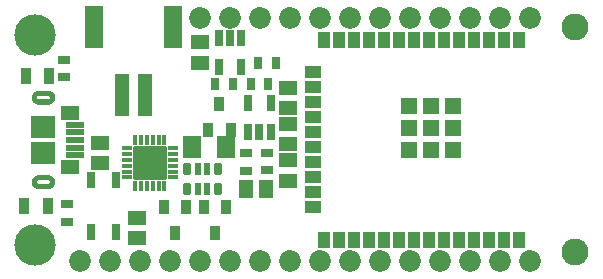
<source format=gts>
G04*
G04 #@! TF.GenerationSoftware,Altium Limited,Altium Designer,20.2.6 (244)*
G04*
G04 Layer_Color=8388736*
%FSLAX25Y25*%
%MOIN*%
G70*
G04*
G04 #@! TF.SameCoordinates,35E5D78F-83E5-4AAB-BCDB-BF6E4E5D2065*
G04*
G04*
G04 #@! TF.FilePolarity,Negative*
G04*
G01*
G75*
%ADD42R,0.02913X0.05354*%
%ADD43R,0.03559X0.04740*%
G04:AMPARAMS|DCode=44|XSize=31.5mil|YSize=14.96mil|CornerRadius=2.52mil|HoleSize=0mil|Usage=FLASHONLY|Rotation=0.000|XOffset=0mil|YOffset=0mil|HoleType=Round|Shape=RoundedRectangle|*
%AMROUNDEDRECTD44*
21,1,0.03150,0.00992,0,0,0.0*
21,1,0.02646,0.01496,0,0,0.0*
1,1,0.00504,0.01323,-0.00496*
1,1,0.00504,-0.01323,-0.00496*
1,1,0.00504,-0.01323,0.00496*
1,1,0.00504,0.01323,0.00496*
%
%ADD44ROUNDEDRECTD44*%
G04:AMPARAMS|DCode=45|XSize=31.5mil|YSize=14.96mil|CornerRadius=2.52mil|HoleSize=0mil|Usage=FLASHONLY|Rotation=90.000|XOffset=0mil|YOffset=0mil|HoleType=Round|Shape=RoundedRectangle|*
%AMROUNDEDRECTD45*
21,1,0.03150,0.00992,0,0,90.0*
21,1,0.02646,0.01496,0,0,90.0*
1,1,0.00504,0.00496,0.01323*
1,1,0.00504,0.00496,-0.01323*
1,1,0.00504,-0.00496,-0.01323*
1,1,0.00504,-0.00496,0.01323*
%
%ADD45ROUNDEDRECTD45*%
G04:AMPARAMS|DCode=46|XSize=111.02mil|YSize=111.02mil|CornerRadius=3.43mil|HoleSize=0mil|Usage=FLASHONLY|Rotation=0.000|XOffset=0mil|YOffset=0mil|HoleType=Round|Shape=RoundedRectangle|*
%AMROUNDEDRECTD46*
21,1,0.11102,0.10417,0,0,0.0*
21,1,0.10417,0.11102,0,0,0.0*
1,1,0.00685,0.05209,-0.05209*
1,1,0.00685,-0.05209,-0.05209*
1,1,0.00685,-0.05209,0.05209*
1,1,0.00685,0.05209,0.05209*
%
%ADD46ROUNDEDRECTD46*%
%ADD47R,0.04134X0.02953*%
%ADD48R,0.02953X0.04134*%
%ADD49R,0.03543X0.05709*%
%ADD50R,0.05866X0.07677*%
%ADD51R,0.05906X0.01968*%
%ADD52R,0.06102X0.04921*%
%ADD53R,0.08071X0.07480*%
%ADD54R,0.03150X0.05709*%
%ADD55R,0.06024X0.04921*%
%ADD56R,0.04921X0.06024*%
%ADD57R,0.06496X0.13976*%
%ADD58R,0.04528X0.14370*%
%ADD59R,0.04134X0.05315*%
%ADD60R,0.05315X0.04134*%
%ADD61R,0.05827X0.05827*%
G04:AMPARAMS|DCode=62|XSize=40.61mil|YSize=27.62mil|CornerRadius=4.36mil|HoleSize=0mil|Usage=FLASHONLY|Rotation=270.000|XOffset=0mil|YOffset=0mil|HoleType=Round|Shape=RoundedRectangle|*
%AMROUNDEDRECTD62*
21,1,0.04061,0.01890,0,0,270.0*
21,1,0.03189,0.02762,0,0,270.0*
1,1,0.00872,-0.00945,-0.01595*
1,1,0.00872,-0.00945,0.01595*
1,1,0.00872,0.00945,0.01595*
1,1,0.00872,0.00945,-0.01595*
%
%ADD62ROUNDEDRECTD62*%
G04:AMPARAMS|DCode=63|XSize=40.61mil|YSize=22.9mil|CornerRadius=3.89mil|HoleSize=0mil|Usage=FLASHONLY|Rotation=270.000|XOffset=0mil|YOffset=0mil|HoleType=Round|Shape=RoundedRectangle|*
%AMROUNDEDRECTD63*
21,1,0.04061,0.01512,0,0,270.0*
21,1,0.03284,0.02290,0,0,270.0*
1,1,0.00778,-0.00756,-0.01642*
1,1,0.00778,-0.00756,0.01642*
1,1,0.00778,0.00756,0.01642*
1,1,0.00778,0.00756,-0.01642*
%
%ADD63ROUNDEDRECTD63*%
%ADD64C,0.07284*%
%ADD65C,0.09000*%
%ADD66C,0.13800*%
G36*
X11425Y33288D02*
X14375D01*
X14379Y33288D01*
X14383Y33288D01*
X14491Y33285D01*
X14499Y33285D01*
X14506D01*
X14614Y33276D01*
X14622Y33275D01*
X14629Y33274D01*
X14737Y33260D01*
X14744Y33259D01*
X14752Y33258D01*
X14859Y33238D01*
X14866Y33236D01*
X14874Y33235D01*
X14979Y33210D01*
X14986Y33207D01*
X14994Y33206D01*
X15098Y33175D01*
X15105Y33172D01*
X15112Y33170D01*
X15214Y33134D01*
X15221Y33131D01*
X15229Y33128D01*
X15329Y33087D01*
X15336Y33084D01*
X15343Y33081D01*
X15441Y33034D01*
X15447Y33030D01*
X15454Y33027D01*
X15550Y32976D01*
X15556Y32971D01*
X15563Y32968D01*
X15655Y32911D01*
X15662Y32907D01*
X15668Y32903D01*
X15757Y32842D01*
X15764Y32837D01*
X15770Y32832D01*
X15856Y32767D01*
X15862Y32761D01*
X15868Y32757D01*
X15950Y32686D01*
X15956Y32681D01*
X15962Y32676D01*
X16040Y32602D01*
X16046Y32596D01*
X16051Y32591D01*
X16126Y32512D01*
X16131Y32506D01*
X16136Y32501D01*
X16206Y32418D01*
X16211Y32412D01*
X16216Y32406D01*
X16282Y32320D01*
X16286Y32314D01*
X16291Y32308D01*
X16352Y32219D01*
X16356Y32212D01*
X16361Y32206D01*
X16417Y32113D01*
X16421Y32107D01*
X16425Y32100D01*
X16477Y32005D01*
X16480Y31998D01*
X16484Y31991D01*
X16530Y31893D01*
X16533Y31886D01*
X16537Y31879D01*
X16578Y31779D01*
X16580Y31772D01*
X16584Y31765D01*
X16620Y31663D01*
X16622Y31655D01*
X16625Y31648D01*
X16655Y31544D01*
X16657Y31537D01*
X16659Y31529D01*
X16685Y31424D01*
X16686Y31416D01*
X16688Y31409D01*
X16707Y31302D01*
X16708Y31295D01*
X16710Y31287D01*
X16724Y31180D01*
X16725Y31172D01*
X16726Y31165D01*
X16734Y31057D01*
Y31049D01*
X16735Y31041D01*
X16738Y30933D01*
X16737Y30918D01*
X16737Y30903D01*
X16727Y30775D01*
X16726Y30767D01*
X16726Y30758D01*
X16711Y30646D01*
X16709Y30638D01*
X16709Y30631D01*
X16688Y30519D01*
X16686Y30512D01*
X16685Y30504D01*
X16658Y30393D01*
X16656Y30386D01*
X16654Y30378D01*
X16622Y30270D01*
X16619Y30263D01*
X16617Y30255D01*
X16579Y30148D01*
X16576Y30141D01*
X16574Y30134D01*
X16530Y30029D01*
X16527Y30022D01*
X16524Y30014D01*
X16475Y29912D01*
X16471Y29905D01*
X16468Y29898D01*
X16414Y29798D01*
X16410Y29792D01*
X16406Y29785D01*
X16347Y29688D01*
X16342Y29682D01*
X16338Y29675D01*
X16274Y29582D01*
X16269Y29576D01*
X16265Y29569D01*
X16196Y29479D01*
X16191Y29473D01*
X16186Y29467D01*
X16112Y29381D01*
X16107Y29375D01*
X16102Y29369D01*
X16024Y29287D01*
X16018Y29282D01*
X16013Y29276D01*
X15931Y29198D01*
X15925Y29193D01*
X15919Y29188D01*
X15833Y29114D01*
X15827Y29109D01*
X15821Y29104D01*
X15731Y29035D01*
X15724Y29031D01*
X15718Y29026D01*
X15625Y28962D01*
X15618Y28958D01*
X15612Y28953D01*
X15515Y28894D01*
X15508Y28890D01*
X15502Y28886D01*
X15402Y28832D01*
X15395Y28829D01*
X15388Y28825D01*
X15286Y28776D01*
X15278Y28773D01*
X15271Y28770D01*
X15167Y28726D01*
X15159Y28724D01*
X15152Y28721D01*
X15045Y28683D01*
X15037Y28681D01*
X15030Y28678D01*
X14921Y28646D01*
X14914Y28644D01*
X14907Y28642D01*
X14796Y28615D01*
X14788Y28614D01*
X14781Y28612D01*
X14669Y28591D01*
X14662Y28591D01*
X14654Y28589D01*
X14542Y28574D01*
X14534Y28574D01*
X14526Y28573D01*
X14413Y28564D01*
X14405D01*
X14398Y28563D01*
X14284Y28560D01*
X14277Y28560D01*
X14270Y28560D01*
X14175Y28562D01*
X11225D01*
X11221Y28562D01*
X11217Y28562D01*
X11109Y28565D01*
X11102Y28566D01*
X11094D01*
X10986Y28574D01*
X10978Y28576D01*
X10971Y28576D01*
X10863Y28590D01*
X10856Y28592D01*
X10848Y28593D01*
X10741Y28612D01*
X10734Y28614D01*
X10726Y28615D01*
X10621Y28641D01*
X10614Y28643D01*
X10606Y28645D01*
X10502Y28675D01*
X10495Y28678D01*
X10488Y28680D01*
X10386Y28716D01*
X10379Y28719D01*
X10371Y28722D01*
X10271Y28763D01*
X10264Y28767D01*
X10257Y28770D01*
X10159Y28816D01*
X10153Y28820D01*
X10146Y28823D01*
X10050Y28875D01*
X10044Y28879D01*
X10037Y28883D01*
X9945Y28939D01*
X9938Y28944D01*
X9932Y28948D01*
X9843Y29009D01*
X9837Y29014D01*
X9830Y29018D01*
X9744Y29084D01*
X9738Y29089D01*
X9732Y29094D01*
X9650Y29164D01*
X9644Y29169D01*
X9638Y29174D01*
X9560Y29249D01*
X9555Y29255D01*
X9549Y29260D01*
X9474Y29338D01*
X9470Y29344D01*
X9464Y29350D01*
X9394Y29432D01*
X9389Y29438D01*
X9384Y29444D01*
X9318Y29530D01*
X9314Y29537D01*
X9309Y29542D01*
X9248Y29632D01*
X9244Y29638D01*
X9239Y29645D01*
X9183Y29737D01*
X9179Y29744D01*
X9175Y29750D01*
X9123Y29845D01*
X9120Y29853D01*
X9116Y29859D01*
X9070Y29957D01*
X9067Y29964D01*
X9063Y29971D01*
X9022Y30071D01*
X9020Y30079D01*
X9016Y30086D01*
X8980Y30188D01*
X8978Y30195D01*
X8975Y30202D01*
X8945Y30306D01*
X8943Y30314D01*
X8941Y30321D01*
X8915Y30426D01*
X8914Y30434D01*
X8912Y30441D01*
X8892Y30548D01*
X8892Y30556D01*
X8890Y30563D01*
X8876Y30670D01*
X8875Y30678D01*
X8874Y30686D01*
X8866Y30794D01*
Y30801D01*
X8865Y30809D01*
X8862Y30918D01*
X8863Y30932D01*
X8863Y30947D01*
X8873Y31076D01*
X8874Y31084D01*
X8874Y31092D01*
X8889Y31205D01*
X8891Y31212D01*
X8891Y31220D01*
X8912Y31331D01*
X8914Y31339D01*
X8915Y31347D01*
X8942Y31457D01*
X8944Y31464D01*
X8946Y31472D01*
X8978Y31581D01*
X8981Y31588D01*
X8983Y31595D01*
X9021Y31702D01*
X9024Y31710D01*
X9026Y31717D01*
X9070Y31822D01*
X9073Y31829D01*
X9076Y31836D01*
X9125Y31938D01*
X9129Y31945D01*
X9132Y31952D01*
X9186Y32052D01*
X9190Y32058D01*
X9194Y32065D01*
X9253Y32162D01*
X9258Y32168D01*
X9262Y32175D01*
X9326Y32269D01*
X9331Y32275D01*
X9335Y32281D01*
X9404Y32371D01*
X9409Y32377D01*
X9414Y32383D01*
X9488Y32469D01*
X9493Y32475D01*
X9498Y32481D01*
X9576Y32563D01*
X9582Y32568D01*
X9587Y32574D01*
X9669Y32653D01*
X9675Y32657D01*
X9681Y32663D01*
X9767Y32737D01*
X9773Y32741D01*
X9779Y32746D01*
X9869Y32815D01*
X9876Y32820D01*
X9882Y32825D01*
X9975Y32889D01*
X9982Y32893D01*
X9988Y32897D01*
X10085Y32956D01*
X10092Y32960D01*
X10098Y32964D01*
X10198Y33018D01*
X10205Y33022D01*
X10212Y33026D01*
X10315Y33074D01*
X10322Y33077D01*
X10329Y33081D01*
X10434Y33124D01*
X10441Y33126D01*
X10448Y33130D01*
X10555Y33167D01*
X10562Y33169D01*
X10570Y33172D01*
X10678Y33204D01*
X10686Y33206D01*
X10694Y33209D01*
X10804Y33235D01*
X10812Y33236D01*
X10819Y33238D01*
X10931Y33259D01*
X10938Y33260D01*
X10946Y33261D01*
X11058Y33276D01*
X11066Y33277D01*
X11074Y33278D01*
X11187Y33287D01*
X11195D01*
X11202Y33288D01*
X11316Y33290D01*
X11323Y33290D01*
X11330Y33290D01*
X11425Y33288D01*
D02*
G37*
G36*
X11425Y61438D02*
X14375D01*
X14379Y61438D01*
X14383Y61438D01*
X14491Y61435D01*
X14498Y61434D01*
X14506D01*
X14614Y61426D01*
X14622Y61424D01*
X14629Y61424D01*
X14737Y61410D01*
X14744Y61408D01*
X14752Y61408D01*
X14859Y61388D01*
X14866Y61386D01*
X14874Y61385D01*
X14979Y61359D01*
X14986Y61357D01*
X14994Y61355D01*
X15098Y61325D01*
X15105Y61322D01*
X15112Y61320D01*
X15214Y61284D01*
X15221Y61281D01*
X15229Y61278D01*
X15329Y61237D01*
X15336Y61233D01*
X15343Y61230D01*
X15441Y61184D01*
X15447Y61180D01*
X15454Y61177D01*
X15550Y61125D01*
X15556Y61121D01*
X15563Y61117D01*
X15655Y61061D01*
X15662Y61056D01*
X15668Y61052D01*
X15757Y60991D01*
X15764Y60986D01*
X15770Y60982D01*
X15856Y60916D01*
X15862Y60911D01*
X15868Y60906D01*
X15950Y60836D01*
X15956Y60830D01*
X15962Y60826D01*
X16040Y60751D01*
X16045Y60745D01*
X16051Y60740D01*
X16126Y60662D01*
X16130Y60656D01*
X16136Y60650D01*
X16206Y60568D01*
X16211Y60562D01*
X16216Y60556D01*
X16282Y60470D01*
X16286Y60464D01*
X16291Y60457D01*
X16352Y60368D01*
X16356Y60361D01*
X16361Y60355D01*
X16417Y60263D01*
X16421Y60256D01*
X16425Y60250D01*
X16477Y60154D01*
X16480Y60147D01*
X16484Y60141D01*
X16530Y60043D01*
X16533Y60036D01*
X16537Y60029D01*
X16578Y59929D01*
X16580Y59921D01*
X16584Y59914D01*
X16620Y59812D01*
X16622Y59805D01*
X16625Y59798D01*
X16655Y59694D01*
X16657Y59686D01*
X16659Y59679D01*
X16685Y59574D01*
X16686Y59566D01*
X16688Y59558D01*
X16707Y59452D01*
X16708Y59444D01*
X16710Y59437D01*
X16724Y59329D01*
X16725Y59322D01*
X16726Y59314D01*
X16734Y59206D01*
Y59198D01*
X16735Y59191D01*
X16738Y59083D01*
X16737Y59068D01*
X16737Y59053D01*
X16727Y58924D01*
X16726Y58916D01*
X16726Y58908D01*
X16711Y58795D01*
X16709Y58788D01*
X16709Y58780D01*
X16688Y58669D01*
X16686Y58661D01*
X16685Y58653D01*
X16658Y58543D01*
X16656Y58536D01*
X16654Y58528D01*
X16622Y58419D01*
X16619Y58412D01*
X16617Y58404D01*
X16579Y58298D01*
X16576Y58290D01*
X16574Y58283D01*
X16530Y58178D01*
X16527Y58171D01*
X16524Y58164D01*
X16475Y58062D01*
X16471Y58055D01*
X16468Y58048D01*
X16414Y57948D01*
X16410Y57942D01*
X16406Y57935D01*
X16347Y57838D01*
X16342Y57832D01*
X16338Y57825D01*
X16274Y57731D01*
X16269Y57725D01*
X16265Y57719D01*
X16196Y57629D01*
X16191Y57623D01*
X16186Y57617D01*
X16112Y57530D01*
X16107Y57525D01*
X16102Y57519D01*
X16024Y57437D01*
X16018Y57432D01*
X16013Y57426D01*
X15931Y57348D01*
X15925Y57343D01*
X15919Y57337D01*
X15833Y57263D01*
X15827Y57259D01*
X15821Y57254D01*
X15731Y57185D01*
X15724Y57180D01*
X15718Y57175D01*
X15625Y57111D01*
X15618Y57107D01*
X15612Y57103D01*
X15515Y57043D01*
X15508Y57040D01*
X15502Y57036D01*
X15402Y56982D01*
X15395Y56978D01*
X15388Y56975D01*
X15285Y56926D01*
X15278Y56923D01*
X15271Y56919D01*
X15167Y56876D01*
X15159Y56874D01*
X15152Y56870D01*
X15045Y56832D01*
X15037Y56831D01*
X15030Y56828D01*
X14921Y56796D01*
X14914Y56794D01*
X14907Y56792D01*
X14796Y56765D01*
X14789Y56764D01*
X14781Y56762D01*
X14670Y56741D01*
X14662Y56740D01*
X14654Y56739D01*
X14542Y56724D01*
X14534Y56723D01*
X14526Y56722D01*
X14413Y56713D01*
X14405D01*
X14398Y56713D01*
X14284Y56710D01*
X14277Y56710D01*
X14270Y56709D01*
X14175Y56712D01*
X11225D01*
X11221Y56712D01*
X11217Y56712D01*
X11109Y56715D01*
X11101Y56715D01*
X11094D01*
X10986Y56724D01*
X10978Y56725D01*
X10971Y56726D01*
X10863Y56740D01*
X10856Y56741D01*
X10848Y56742D01*
X10741Y56762D01*
X10734Y56764D01*
X10726Y56765D01*
X10621Y56790D01*
X10614Y56793D01*
X10606Y56794D01*
X10502Y56825D01*
X10495Y56828D01*
X10488Y56830D01*
X10386Y56866D01*
X10379Y56869D01*
X10371Y56871D01*
X10271Y56913D01*
X10264Y56916D01*
X10257Y56919D01*
X10159Y56966D01*
X10153Y56970D01*
X10146Y56973D01*
X10050Y57025D01*
X10044Y57029D01*
X10037Y57032D01*
X9945Y57089D01*
X9938Y57093D01*
X9932Y57097D01*
X9843Y57158D01*
X9837Y57163D01*
X9830Y57168D01*
X9744Y57234D01*
X9738Y57239D01*
X9732Y57243D01*
X9650Y57314D01*
X9644Y57319D01*
X9638Y57324D01*
X9560Y57398D01*
X9555Y57404D01*
X9549Y57409D01*
X9474Y57488D01*
X9469Y57494D01*
X9464Y57499D01*
X9394Y57582D01*
X9389Y57588D01*
X9384Y57594D01*
X9318Y57680D01*
X9314Y57686D01*
X9309Y57692D01*
X9248Y57781D01*
X9244Y57788D01*
X9239Y57794D01*
X9183Y57887D01*
X9179Y57894D01*
X9175Y57900D01*
X9123Y57995D01*
X9120Y58002D01*
X9116Y58009D01*
X9070Y58107D01*
X9067Y58114D01*
X9063Y58121D01*
X9022Y58221D01*
X9020Y58228D01*
X9016Y58235D01*
X8980Y58337D01*
X8978Y58345D01*
X8975Y58352D01*
X8945Y58456D01*
X8943Y58463D01*
X8941Y58471D01*
X8915Y58576D01*
X8914Y58584D01*
X8912Y58591D01*
X8892Y58697D01*
X8892Y58705D01*
X8890Y58713D01*
X8876Y58820D01*
X8875Y58828D01*
X8874Y58836D01*
X8866Y58943D01*
Y58951D01*
X8865Y58959D01*
X8862Y59067D01*
X8863Y59082D01*
X8863Y59097D01*
X8873Y59225D01*
X8874Y59233D01*
X8874Y59242D01*
X8889Y59354D01*
X8891Y59362D01*
X8891Y59369D01*
X8912Y59481D01*
X8914Y59488D01*
X8915Y59496D01*
X8942Y59606D01*
X8944Y59614D01*
X8946Y59622D01*
X8978Y59730D01*
X8981Y59737D01*
X8983Y59745D01*
X9021Y59852D01*
X9024Y59859D01*
X9026Y59866D01*
X9070Y59971D01*
X9073Y59978D01*
X9076Y59986D01*
X9125Y60088D01*
X9129Y60095D01*
X9132Y60102D01*
X9186Y60202D01*
X9190Y60208D01*
X9194Y60215D01*
X9253Y60312D01*
X9258Y60318D01*
X9262Y60325D01*
X9326Y60418D01*
X9331Y60424D01*
X9335Y60431D01*
X9404Y60521D01*
X9409Y60527D01*
X9414Y60533D01*
X9488Y60619D01*
X9493Y60625D01*
X9498Y60631D01*
X9576Y60713D01*
X9582Y60718D01*
X9587Y60724D01*
X9669Y60802D01*
X9675Y60807D01*
X9681Y60812D01*
X9767Y60886D01*
X9773Y60891D01*
X9779Y60896D01*
X9869Y60965D01*
X9876Y60969D01*
X9882Y60974D01*
X9975Y61038D01*
X9982Y61042D01*
X9988Y61047D01*
X10085Y61106D01*
X10092Y61110D01*
X10098Y61114D01*
X10198Y61168D01*
X10205Y61171D01*
X10212Y61175D01*
X10314Y61224D01*
X10322Y61227D01*
X10329Y61230D01*
X10434Y61274D01*
X10441Y61276D01*
X10448Y61279D01*
X10555Y61317D01*
X10562Y61319D01*
X10570Y61322D01*
X10678Y61354D01*
X10686Y61356D01*
X10694Y61358D01*
X10804Y61385D01*
X10812Y61386D01*
X10819Y61388D01*
X10931Y61409D01*
X10938Y61409D01*
X10946Y61411D01*
X11058Y61426D01*
X11066Y61426D01*
X11074Y61427D01*
X11187Y61436D01*
X11195D01*
X11202Y61437D01*
X11316Y61440D01*
X11323Y61440D01*
X11330Y61440D01*
X11425Y61438D01*
D02*
G37*
%LPC*%
G36*
X14371Y31515D02*
X11229D01*
X11194Y31514D01*
X11163Y31512D01*
X11133Y31508D01*
X11103Y31502D01*
X11073Y31495D01*
X11043Y31486D01*
X11014Y31475D01*
X10986Y31464D01*
X10958Y31451D01*
X10930Y31436D01*
X10904Y31420D01*
X10879Y31402D01*
X10854Y31383D01*
X10831Y31363D01*
X10808Y31342D01*
X10787Y31320D01*
X10767Y31296D01*
X10748Y31272D01*
X10731Y31246D01*
X10715Y31220D01*
X10700Y31193D01*
X10687Y31165D01*
X10675Y31137D01*
X10665Y31107D01*
X10656Y31078D01*
X10649Y31048D01*
X10643Y31017D01*
X10639Y30987D01*
X10637Y30956D01*
X10636Y30925D01*
X10637Y30894D01*
X10639Y30863D01*
X10643Y30833D01*
X10649Y30803D01*
X10656Y30773D01*
X10665Y30743D01*
X10675Y30714D01*
X10687Y30685D01*
X10700Y30658D01*
X10715Y30630D01*
X10731Y30604D01*
X10748Y30579D01*
X10767Y30554D01*
X10787Y30531D01*
X10808Y30508D01*
X10831Y30487D01*
X10854Y30467D01*
X10879Y30448D01*
X10904Y30431D01*
X10931Y30415D01*
X10958Y30400D01*
X10986Y30387D01*
X11014Y30375D01*
X11043Y30365D01*
X11073Y30356D01*
X11102Y30349D01*
X11133Y30343D01*
X11163Y30339D01*
X11194Y30336D01*
X11229Y30336D01*
X14371D01*
X14406Y30336D01*
X14436Y30339D01*
X14467Y30343D01*
X14497Y30349D01*
X14527Y30356D01*
X14557Y30365D01*
X14586Y30375D01*
X14615Y30387D01*
X14642Y30400D01*
X14670Y30415D01*
X14696Y30431D01*
X14721Y30448D01*
X14746Y30467D01*
X14769Y30487D01*
X14792Y30508D01*
X14813Y30531D01*
X14833Y30554D01*
X14852Y30579D01*
X14869Y30604D01*
X14885Y30630D01*
X14900Y30658D01*
X14913Y30685D01*
X14925Y30714D01*
X14935Y30743D01*
X14944Y30773D01*
X14951Y30803D01*
X14957Y30833D01*
X14961Y30863D01*
X14964Y30894D01*
X14964Y30925D01*
X14964Y30956D01*
X14961Y30987D01*
X14957Y31017D01*
X14952Y31048D01*
X14944Y31078D01*
X14935Y31107D01*
X14925Y31137D01*
X14913Y31165D01*
X14900Y31193D01*
X14885Y31220D01*
X14869Y31246D01*
X14852Y31272D01*
X14833Y31296D01*
X14813Y31320D01*
X14792Y31342D01*
X14769Y31363D01*
X14746Y31383D01*
X14721Y31402D01*
X14696Y31420D01*
X14670Y31436D01*
X14642Y31450D01*
X14615Y31464D01*
X14586Y31475D01*
X14557Y31486D01*
X14527Y31495D01*
X14497Y31502D01*
X14467Y31508D01*
X14436Y31512D01*
X14406Y31514D01*
X14371Y31515D01*
D02*
G37*
G36*
Y59664D02*
X11229D01*
X11194Y59663D01*
X11163Y59661D01*
X11133Y59657D01*
X11103Y59651D01*
X11073Y59644D01*
X11043Y59636D01*
X11014Y59625D01*
X10985Y59613D01*
X10958Y59600D01*
X10930Y59585D01*
X10904Y59569D01*
X10879Y59552D01*
X10854Y59533D01*
X10831Y59513D01*
X10808Y59492D01*
X10787Y59469D01*
X10767Y59446D01*
X10748Y59421D01*
X10731Y59396D01*
X10715Y59370D01*
X10700Y59342D01*
X10687Y59315D01*
X10675Y59286D01*
X10665Y59257D01*
X10656Y59227D01*
X10649Y59197D01*
X10643Y59167D01*
X10639Y59136D01*
X10637Y59106D01*
X10636Y59075D01*
X10637Y59044D01*
X10639Y59013D01*
X10643Y58983D01*
X10649Y58952D01*
X10656Y58922D01*
X10665Y58893D01*
X10675Y58863D01*
X10687Y58835D01*
X10700Y58807D01*
X10715Y58780D01*
X10731Y58754D01*
X10748Y58728D01*
X10767Y58704D01*
X10787Y58680D01*
X10808Y58658D01*
X10831Y58637D01*
X10854Y58617D01*
X10879Y58598D01*
X10904Y58580D01*
X10930Y58564D01*
X10958Y58550D01*
X10986Y58536D01*
X11014Y58525D01*
X11043Y58514D01*
X11073Y58505D01*
X11103Y58498D01*
X11133Y58492D01*
X11163Y58489D01*
X11194Y58486D01*
X11229Y58485D01*
X14371D01*
X14406Y58486D01*
X14436Y58489D01*
X14467Y58492D01*
X14497Y58498D01*
X14527Y58505D01*
X14557Y58514D01*
X14586Y58525D01*
X14615Y58536D01*
X14642Y58549D01*
X14670Y58564D01*
X14696Y58580D01*
X14721Y58598D01*
X14746Y58617D01*
X14769Y58637D01*
X14792Y58658D01*
X14813Y58680D01*
X14833Y58704D01*
X14852Y58728D01*
X14869Y58754D01*
X14885Y58780D01*
X14900Y58807D01*
X14913Y58835D01*
X14925Y58863D01*
X14935Y58893D01*
X14944Y58922D01*
X14952Y58952D01*
X14957Y58983D01*
X14961Y59013D01*
X14964Y59044D01*
X14964Y59075D01*
X14964Y59106D01*
X14961Y59136D01*
X14957Y59167D01*
X14951Y59197D01*
X14944Y59227D01*
X14935Y59257D01*
X14925Y59286D01*
X14913Y59315D01*
X14900Y59342D01*
X14885Y59370D01*
X14869Y59396D01*
X14852Y59421D01*
X14833Y59446D01*
X14813Y59469D01*
X14792Y59492D01*
X14769Y59513D01*
X14746Y59533D01*
X14721Y59552D01*
X14696Y59569D01*
X14670Y59585D01*
X14642Y59600D01*
X14615Y59613D01*
X14586Y59625D01*
X14557Y59636D01*
X14527Y59644D01*
X14498Y59651D01*
X14467Y59657D01*
X14436Y59661D01*
X14406Y59663D01*
X14371Y59664D01*
D02*
G37*
%LPD*%
D42*
X81020Y47500D02*
D03*
X84760D02*
D03*
X88500D02*
D03*
Y57382D02*
D03*
X81020D02*
D03*
X78640Y69159D02*
D03*
X71160D02*
D03*
Y79041D02*
D03*
X74900D02*
D03*
X78640D02*
D03*
D43*
X67720Y48410D02*
D03*
X71460Y57072D02*
D03*
X75200Y48410D02*
D03*
X66260Y22531D02*
D03*
X70000Y13869D02*
D03*
X73740Y22531D02*
D03*
X60440D02*
D03*
X56700Y13869D02*
D03*
X52960Y22531D02*
D03*
D44*
X55897Y38384D02*
D03*
Y40353D02*
D03*
Y42321D02*
D03*
Y32479D02*
D03*
Y34447D02*
D03*
Y36416D02*
D03*
X40503Y42321D02*
D03*
Y40353D02*
D03*
Y38384D02*
D03*
Y36416D02*
D03*
Y34447D02*
D03*
Y32479D02*
D03*
D45*
X53121Y45097D02*
D03*
X51153D02*
D03*
X49184D02*
D03*
Y29703D02*
D03*
X51153D02*
D03*
X53121D02*
D03*
X47216Y45097D02*
D03*
X45247D02*
D03*
X43279D02*
D03*
Y29703D02*
D03*
X45247D02*
D03*
X47216D02*
D03*
D46*
X48200Y37400D02*
D03*
D47*
X20600Y17647D02*
D03*
Y23553D02*
D03*
X19600Y65847D02*
D03*
Y71753D02*
D03*
X87300Y40753D02*
D03*
Y34847D02*
D03*
X80200Y40653D02*
D03*
Y34747D02*
D03*
D48*
X84247Y70800D02*
D03*
X90153D02*
D03*
X81847Y63600D02*
D03*
X87753D02*
D03*
X70047D02*
D03*
X75953D02*
D03*
D49*
X14237Y23100D02*
D03*
X6363D02*
D03*
X14737Y66300D02*
D03*
X6863D02*
D03*
D50*
X62370Y42600D02*
D03*
X73630D02*
D03*
D51*
X23233Y50118D02*
D03*
Y47559D02*
D03*
Y45000D02*
D03*
Y42402D02*
D03*
Y39882D02*
D03*
D52*
X21579Y54134D02*
D03*
Y35866D02*
D03*
D53*
X12800Y49429D02*
D03*
Y40571D02*
D03*
D54*
X28500Y31600D02*
D03*
Y14277D02*
D03*
X36965D02*
D03*
Y31600D02*
D03*
D55*
X65000Y77598D02*
D03*
Y70802D02*
D03*
X31500Y43998D02*
D03*
Y37202D02*
D03*
X94400Y38198D02*
D03*
Y31402D02*
D03*
Y55602D02*
D03*
Y62398D02*
D03*
Y50298D02*
D03*
Y43502D02*
D03*
X44000Y12302D02*
D03*
Y19098D02*
D03*
D56*
X87098Y28700D02*
D03*
X80302D02*
D03*
D57*
X56000Y82500D02*
D03*
X29622D02*
D03*
D58*
X46748Y59862D02*
D03*
X38874D02*
D03*
D59*
X171468Y78465D02*
D03*
X166469D02*
D03*
X161469D02*
D03*
X156468D02*
D03*
X151469D02*
D03*
X146468D02*
D03*
X141469D02*
D03*
X136469D02*
D03*
X131468D02*
D03*
X126469D02*
D03*
X121468D02*
D03*
X116469D02*
D03*
X111469D02*
D03*
X106468D02*
D03*
Y11535D02*
D03*
X111469D02*
D03*
X116469D02*
D03*
X121468D02*
D03*
X126469D02*
D03*
X131468D02*
D03*
X136469D02*
D03*
X141469D02*
D03*
X146468D02*
D03*
X151469D02*
D03*
X156468D02*
D03*
X161469D02*
D03*
X166469D02*
D03*
X171468D02*
D03*
D60*
X102532Y67500D02*
D03*
Y62500D02*
D03*
Y57500D02*
D03*
Y52500D02*
D03*
Y47500D02*
D03*
Y42500D02*
D03*
Y37500D02*
D03*
Y32500D02*
D03*
Y27500D02*
D03*
Y22500D02*
D03*
D61*
X149165Y56161D02*
D03*
Y48937D02*
D03*
Y41713D02*
D03*
X141941Y56161D02*
D03*
Y48937D02*
D03*
Y41713D02*
D03*
X134716Y56161D02*
D03*
Y48937D02*
D03*
Y41713D02*
D03*
D62*
X70918Y35325D02*
D03*
X60682D02*
D03*
Y28475D02*
D03*
X70918D02*
D03*
D63*
X67375Y35325D02*
D03*
X64225D02*
D03*
Y28475D02*
D03*
X67375D02*
D03*
D64*
X175000Y85500D02*
D03*
X165000D02*
D03*
X155000D02*
D03*
X145000D02*
D03*
X135000D02*
D03*
X125000D02*
D03*
X115000D02*
D03*
X105000D02*
D03*
X95000D02*
D03*
X85000D02*
D03*
X75000D02*
D03*
X65000D02*
D03*
X25000Y4500D02*
D03*
X35000D02*
D03*
X45000D02*
D03*
X55000D02*
D03*
X65000D02*
D03*
X75000D02*
D03*
X85000D02*
D03*
X95000D02*
D03*
X105000D02*
D03*
X115000D02*
D03*
X125000D02*
D03*
X135000D02*
D03*
X145000D02*
D03*
X155000D02*
D03*
X165000D02*
D03*
X175000D02*
D03*
D65*
X190000Y7500D02*
D03*
Y82500D02*
D03*
D66*
X10000Y10000D02*
D03*
Y80000D02*
D03*
M02*

</source>
